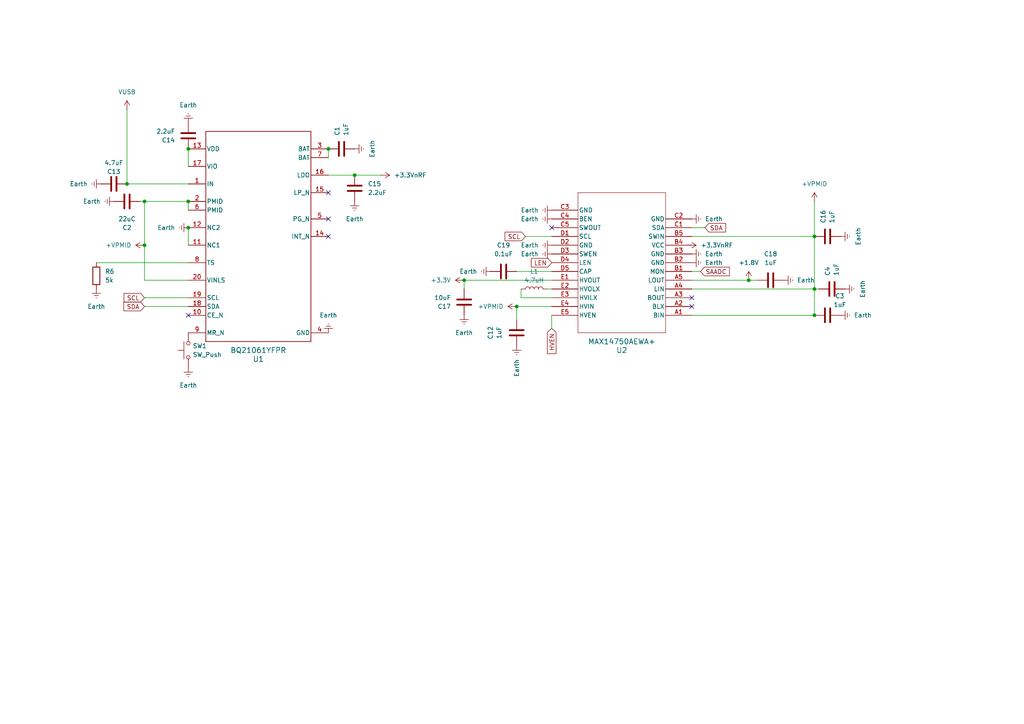
<source format=kicad_sch>
(kicad_sch (version 20250114) (generator "eeschema") (generator_version "9.0")
  (paper "A4")
  (lib_symbols
    (symbol "2025-04-18_12-54-37:BQ21061YFPR" (pin_names (offset 0.254))
      (property "Reference" "U" (at 0 2.54 0))
      (property "Value" "BQ21061YFPR" (at 0 0 0))
      (symbol "BQ21061YFPR_0_1"
        (polyline (pts (xy -15.24 30.48) (xy -15.24 -30.48)) (stroke (width 0.2032)))
        (polyline (pts (xy -15.24 -30.48) (xy 15.24 -30.48)) (stroke (width 0.2032)))
        (polyline (pts (xy 15.24 30.48) (xy -15.24 30.48)) (stroke (width 0.2032)))
        (polyline (pts (xy 15.24 -30.48) (xy 15.24 30.48)) (stroke (width 0.2032)))
        (pin power_in line (at -20.32 25.4 0) (length 5.08) (name "VDD") (number "13"))
        (pin power_in line (at -20.32 20.32 0) (length 5.08) (name "VIO") (number "17"))
        (pin power_in line (at -20.32 15.24 0) (length 5.08) (name "IN") (number "1"))
        (pin bidirectional line (at -20.32 10.16 0) (length 5.08) (name "PMID") (number "2"))
        (pin bidirectional line (at -20.32 7.62 0) (length 5.08) (name "PMID") (number "6"))
        (pin unspecified line (at -20.32 2.54 0) (length 5.08) (name "NC2") (number "12"))
        (pin unspecified line (at -20.32 -2.54 0) (length 5.08) (name "NC1") (number "11"))
        (pin input line (at -20.32 -7.62 0) (length 5.08) (name "TS") (number "8"))
        (pin input line (at -20.32 -12.7 0) (length 5.08) (name "VINLS") (number "20"))
        (pin input line (at -20.32 -17.78 0) (length 5.08) (name "SCL") (number "19"))
        (pin bidirectional line (at -20.32 -20.32 0) (length 5.08) (name "SDA") (number "18"))
        (pin input line (at -20.32 -22.86 0) (length 5.08) (name "CE_N") (number "10"))
        (pin input line (at -20.32 -27.94 0) (length 5.08) (name "MR_N") (number "9"))
        (pin power_in line (at 20.32 25.4 180) (length 5.08) (name "BAT") (number "3"))
        (pin power_in line (at 20.32 22.86 180) (length 5.08) (name "BAT") (number "7"))
        (pin output line (at 20.32 17.78 180) (length 5.08) (name "LDO") (number "16"))
        (pin output line (at 20.32 12.7 180) (length 5.08) (name "LP_N") (number "15"))
        (pin output line (at 20.32 5.08 180) (length 5.08) (name "PG_N") (number "5"))
        (pin output line (at 20.32 0 180) (length 5.08) (name "INT_N") (number "14"))
        (pin power_in line (at 20.32 -27.94 180) (length 5.08) (name "GND") (number "4"))
      )
    )
    (symbol "Device:C" (pin_numbers (hide yes)) (pin_names (offset 0.254))
      (property "Reference" "C" (at 0.635 2.54 0))
      (property "Value" "C" (at 0.635 -2.54 0))
      (symbol "C_0_1"
        (polyline (pts (xy -2.032 0.762) (xy 2.032 0.762)) (stroke (width 0.508)))
        (polyline (pts (xy -2.032 -0.762) (xy 2.032 -0.762)) (stroke (width 0.508)))
      )
      (symbol "C_1_1"
        (pin passive line (at 0 3.81 270) (length 2.794) (name "~") (number "1"))
        (pin passive line (at 0 -3.81 90) (length 2.794) (name "~") (number "2"))
      )
    )
    (symbol "Device:L" (pin_numbers (hide yes)) (pin_names (offset 1.016) (hide yes))
      (property "Reference" "L" (at -1.27 0 90))
      (property "Value" "L" (at 1.905 0 90))
      (symbol "L_0_1"
        (arc (start 0 2.54) (mid 0.6323 1.905) (end 0 1.27))
        (arc (start 0 1.27) (mid 0.6323 0.635) (end 0 0))
        (arc (start 0 0) (mid 0.6323 -0.635) (end 0 -1.27))
        (arc (start 0 -1.27) (mid 0.6323 -1.905) (end 0 -2.54))
      )
      (symbol "L_1_1"
        (pin passive line (at 0 3.81 270) (length 1.27) (name "1") (number "1"))
        (pin passive line (at 0 -3.81 90) (length 1.27) (name "2") (number "2"))
      )
    )
    (symbol "Device:R" (pin_numbers (hide yes)) (pin_names (offset 0))
      (property "Reference" "R" (at 2.032 0 90))
      (property "Value" "R" (at 0 0 90))
      (symbol "R_0_1"
        (rectangle (start -1.016 -2.54) (end 1.016 2.54) (stroke (width 0.254)))
      )
      (symbol "R_1_1"
        (pin passive line (at 0 3.81 270) (length 1.27) (name "~") (number "1"))
        (pin passive line (at 0 -3.81 90) (length 1.27) (name "~") (number "2"))
      )
    )
    (symbol "MAX14750A:MAX14750AEWA+" (pin_names (offset 0.254))
      (property "Reference" "U" (at 20.32 10.16 0))
      (property "Value" "MAX14750AEWA+" (at 20.32 7.62 0))
      (symbol "MAX14750AEWA+_0_1"
        (polyline (pts (xy 7.62 5.08) (xy 7.62 -35.56)) (stroke (width 0.127)))
        (polyline (pts (xy 7.62 -35.56) (xy 33.02 -35.56)) (stroke (width 0.127)))
        (polyline (pts (xy 33.02 5.08) (xy 7.62 5.08)) (stroke (width 0.127)))
        (polyline (pts (xy 33.02 -35.56) (xy 33.02 5.08)) (stroke (width 0.127)))
        (pin input line (at 0 0 0) (length 7.62) (name "BIN") (number "A1"))
        (pin unspecified line (at 0 -2.54 0) (length 7.62) (name "BLX") (number "A2"))
        (pin output line (at 0 -5.08 0) (length 7.62) (name "BOUT") (number "A3"))
        (pin input line (at 0 -7.62 0) (length 7.62) (name "LIN") (number "A4"))
        (pin output line (at 0 -10.16 0) (length 7.62) (name "LOUT") (number "A5"))
        (pin output line (at 0 -12.7 0) (length 7.62) (name "MON") (number "B1"))
        (pin power_in line (at 0 -15.24 0) (length 7.62) (name "GND") (number "B2"))
        (pin power_in line (at 0 -17.78 0) (length 7.62) (name "GND") (number "B3"))
        (pin power_in line (at 0 -20.32 0) (length 7.62) (name "VCC") (number "B4"))
        (pin input line (at 0 -22.86 0) (length 7.62) (name "SWIN") (number "B5"))
        (pin bidirectional line (at 0 -25.4 0) (length 7.62) (name "SDA") (number "C1"))
        (pin power_in line (at 0 -27.94 0) (length 7.62) (name "GND") (number "C2"))
        (pin input line (at 40.64 0 180) (length 7.62) (name "HVEN") (number "E5"))
        (pin input line (at 40.64 -2.54 180) (length 7.62) (name "HVIN") (number "E4"))
        (pin unspecified line (at 40.64 -5.08 180) (length 7.62) (name "HVILX") (number "E3"))
        (pin unspecified line (at 40.64 -7.62 180) (length 7.62) (name "HVOLX") (number "E2"))
        (pin output line (at 40.64 -10.16 180) (length 7.62) (name "HVOUT") (number "E1"))
        (pin unspecified line (at 40.64 -12.7 180) (length 7.62) (name "CAP") (number "D5"))
        (pin input line (at 40.64 -15.24 180) (length 7.62) (name "LEN") (number "D4"))
        (pin input line (at 40.64 -17.78 180) (length 7.62) (name "SWEN") (number "D3"))
        (pin power_in line (at 40.64 -20.32 180) (length 7.62) (name "GND") (number "D2"))
        (pin input line (at 40.64 -22.86 180) (length 7.62) (name "SCL") (number "D1"))
        (pin output line (at 40.64 -25.4 180) (length 7.62) (name "SWOUT") (number "C5"))
        (pin input line (at 40.64 -27.94 180) (length 7.62) (name "BEN") (number "C4"))
        (pin power_in line (at 40.64 -30.48 180) (length 7.62) (name "GND") (number "C3"))
      )
    )
    (symbol "Switch:SW_Push" (pin_numbers (hide yes)) (pin_names (offset 1.016) (hide yes))
      (property "Reference" "SW" (at 1.27 2.54 0))
      (property "Value" "SW_Push" (at 0 -1.524 0))
      (symbol "SW_Push_0_1"
        (circle (center -2.032 0) (radius 0.508))
        (polyline (pts (xy 0 1.27) (xy 0 3.048)))
        (circle (center 2.032 0) (radius 0.508))
        (polyline (pts (xy 2.54 1.27) (xy -2.54 1.27)))
        (pin passive line (at -5.08 0 0) (length 2.54) (name "1") (number "1"))
        (pin passive line (at 5.08 0 180) (length 2.54) (name "2") (number "2"))
      )
    )
    (symbol "power:+1V0" (power) (pin_numbers (hide yes)) (pin_names (offset 0) (hide yes))
      (property "Value" "+1V0" (at 0 3.556 0))
      (symbol "+1V0_0_1"
        (polyline (pts (xy -0.762 1.27) (xy 0 2.54)))
        (polyline (pts (xy 0 2.54) (xy 0.762 1.27)))
        (polyline (pts (xy 0 0) (xy 0 2.54)))
      )
      (symbol "+1V0_1_1"
        (pin power_in line (at 0 0 90) (length 0) (name "~") (number "1"))
      )
    )
    (symbol "power:+1V8" (power) (pin_numbers (hide yes)) (pin_names (offset 0) (hide yes))
      (property "Value" "+1V8" (at 0 3.556 0))
      (symbol "+1V8_0_1"
        (polyline (pts (xy -0.762 1.27) (xy 0 2.54)))
        (polyline (pts (xy 0 2.54) (xy 0.762 1.27)))
        (polyline (pts (xy 0 0) (xy 0 2.54)))
      )
      (symbol "+1V8_1_1"
        (pin power_in line (at 0 0 90) (length 0) (name "~") (number "1"))
      )
    )
    (symbol "power:+3.3V" (power) (pin_numbers (hide yes)) (pin_names (offset 0) (hide yes))
      (property "Value" "+3.3V" (at 0 3.556 0))
      (symbol "+3.3V_0_1"
        (polyline (pts (xy -0.762 1.27) (xy 0 2.54)))
        (polyline (pts (xy 0 2.54) (xy 0.762 1.27)))
        (polyline (pts (xy 0 0) (xy 0 2.54)))
      )
      (symbol "+3.3V_1_1"
        (pin power_in line (at 0 0 90) (length 0) (name "~") (number "1"))
      )
    )
    (symbol "power:+4V" (power) (pin_numbers (hide yes)) (pin_names (offset 0) (hide yes))
      (property "Value" "+4V" (at 0 3.556 0))
      (symbol "+4V_0_1"
        (polyline (pts (xy -0.762 1.27) (xy 0 2.54)))
        (polyline (pts (xy 0 2.54) (xy 0.762 1.27)))
        (polyline (pts (xy 0 0) (xy 0 2.54)))
      )
      (symbol "+4V_1_1"
        (pin power_in line (at 0 0 90) (length 0) (name "~") (number "1"))
      )
    )
    (symbol "power:Earth" (power) (pin_numbers (hide yes)) (pin_names (offset 0) (hide yes))
      (property "Value" "Earth" (at 0 -3.81 0))
      (symbol "Earth_0_1"
        (polyline (pts (xy -0.635 -1.905) (xy 0.635 -1.905)))
        (polyline (pts (xy -0.127 -2.54) (xy 0.127 -2.54)))
        (polyline (pts (xy 0 -1.27) (xy 0 0)))
        (polyline (pts (xy 1.27 -1.27) (xy -1.27 -1.27)))
      )
      (symbol "Earth_1_1"
        (pin power_in line (at 0 0 270) (length 0) (name "~") (number "1"))
      )
    )
  )
  (junction (at 54.61 43.18))
  (junction (at 236.22 83.82))
  (junction (at 236.22 68.58))
  (junction (at 149.86 88.9))
  (junction (at 36.83 53.34))
  (junction (at 41.91 71.12))
  (junction (at 54.61 58.42))
  (junction (at 41.91 58.42))
  (junction (at 236.22 91.44))
  (junction (at 95.25 43.18))
  (junction (at 54.61 66.04))
  (junction (at 134.62 81.28))
  (junction (at 102.87 50.8))
  (junction (at 217.17 81.28))
  (no_connect (at 95.25 63.5))
  (no_connect (at 95.25 68.58))
  (no_connect (at 200.66 88.9))
  (no_connect (at 160.02 66.04))
  (no_connect (at 200.66 86.36))
  (no_connect (at 54.61 91.44))
  (no_connect (at 95.25 55.88))
  (wire (pts (xy 27.94 76.2) (xy 54.61 76.2)))
  (wire (pts (xy 149.86 78.74) (xy 160.02 78.74)))
  (wire (pts (xy 152.4 68.58) (xy 160.02 68.58)))
  (wire (pts (xy 236.22 83.82) (xy 237.49 83.82)))
  (wire (pts (xy 160.02 81.28) (xy 134.62 81.28)))
  (wire (pts (xy 158.75 83.82) (xy 160.02 83.82)))
  (wire (pts (xy 200.66 91.44) (xy 236.22 91.44)))
  (wire (pts (xy 236.22 83.82) (xy 236.22 91.44)))
  (wire (pts (xy 54.61 43.18) (xy 54.61 48.26)))
  (wire (pts (xy 36.83 53.34) (xy 54.61 53.34)))
  (wire (pts (xy 134.62 81.28) (xy 134.62 83.82)))
  (wire (pts (xy 200.66 78.74) (xy 203.2 78.74)))
  (wire (pts (xy 236.22 68.58) (xy 236.22 83.82)))
  (wire (pts (xy 200.66 81.28) (xy 217.17 81.28)))
  (wire (pts (xy 95.25 50.8) (xy 102.87 50.8)))
  (wire (pts (xy 160.02 91.44) (xy 160.02 95.25)))
  (wire (pts (xy 41.91 71.12) (xy 41.91 81.28)))
  (wire (pts (xy 236.22 83.82) (xy 200.66 83.82)))
  (wire (pts (xy 149.86 92.71) (xy 149.86 88.9)))
  (wire (pts (xy 95.25 45.72) (xy 95.25 43.18)))
  (wire (pts (xy 199.39 71.12) (xy 200.66 71.12)))
  (wire (pts (xy 217.17 81.28) (xy 219.71 81.28)))
  (wire (pts (xy 200.66 68.58) (xy 236.22 68.58)))
  (wire (pts (xy 151.13 86.36) (xy 160.02 86.36)))
  (wire (pts (xy 54.61 60.96) (xy 54.61 58.42)))
  (wire (pts (xy 41.91 81.28) (xy 54.61 81.28)))
  (wire (pts (xy 149.86 88.9) (xy 160.02 88.9)))
  (wire (pts (xy 102.87 50.8) (xy 110.49 50.8)))
  (wire (pts (xy 200.66 66.04) (xy 204.47 66.04)))
  (wire (pts (xy 236.22 58.42) (xy 236.22 68.58)))
  (wire (pts (xy 40.64 58.42) (xy 41.91 58.42)))
  (wire (pts (xy 41.91 58.42) (xy 41.91 71.12)))
  (wire (pts (xy 54.61 58.42) (xy 41.91 58.42)))
  (wire (pts (xy 151.13 83.82) (xy 151.13 86.36)))
  (wire (pts (xy 54.61 71.12) (xy 54.61 66.04)))
  (wire (pts (xy 54.61 86.36) (xy 41.91 86.36)))
  (wire (pts (xy 36.83 31.75) (xy 36.83 53.34)))
  (wire (pts (xy 54.61 88.9) (xy 41.91 88.9)))
  (global_label "HVEN" (shape input) (at 160.02 95.25 270) (property "Intersheetrefs" "${INTERSHEET_REFS}" (effects (hide yes))))
  (global_label "SAADC" (shape input) (at 203.2 78.74 0) (property "Intersheetrefs" "${INTERSHEET_REFS}" (effects (hide yes))))
  (global_label "SCL" (shape input) (at 152.4 68.58 180) (property "Intersheetrefs" "${INTERSHEET_REFS}" (effects (hide yes))))
  (global_label "SDA" (shape input) (at 41.91 88.9 180) (property "Intersheetrefs" "${INTERSHEET_REFS}" (effects (hide yes))))
  (global_label "SCL" (shape input) (at 41.91 86.36 180) (property "Intersheetrefs" "${INTERSHEET_REFS}" (effects (hide yes))))
  (global_label "LEN" (shape input) (at 160.02 76.2 180) (property "Intersheetrefs" "${INTERSHEET_REFS}" (effects (hide yes))))
  (global_label "SDA" (shape input) (at 204.47 66.04 0) (property "Intersheetrefs" "${INTERSHEET_REFS}" (effects (hide yes))))
  (symbol (lib_id "power:Earth") (at 160.02 71.12 270) (unit 1)
    (property "Reference" "#PWR014" (effects (hide yes)))
    (property "Value" "Earth" (at 156.21 71.1201 90) (effects (justify right)))
    (property "Description" "Power symbol creates a global label with name \"Earth\"" (effects (hide yes)))
  )
  (symbol (lib_id "Device:C") (at 102.87 54.61 0) (unit 1)
    (property "Reference" "C15" (at 106.68 53.3399 0) (effects (justify left)))
    (property "Value" "2.2uF" (at 106.68 55.8799 0) (effects (justify left)))
    (property "Description" "ceramic capacitor" (effects (hide yes)))
  )
  (symbol (lib_id "Device:C") (at 223.52 81.28 270) (unit 1)
    (property "Reference" "C18" (at 223.52 73.66 90))
    (property "Value" "1uF" (at 223.52 76.2 90))
    (property "Description" "Unpolarized capacitor" (effects (hide yes)))
  )
  (symbol (lib_id "power:+3.3V") (at 110.49 50.8 270) (unit 1)
    (property "Reference" "#PWR028" (effects (hide yes)))
    (property "Value" "+3.3VnRF" (at 114.3 50.7999 90) (effects (justify left)))
    (property "Description" "Power symbol creates a global label with name \"+3.3V\"" (effects (hide yes)))
  )
  (symbol (lib_id "MAX14750A:MAX14750AEWA+") (at 200.66 91.44 180) (unit 1)
    (property "Reference" "U2" (at 180.34 101.6 0) (effects (font (size 1.524 1.524))))
    (property "Value" "MAX14750AEWA+" (at 180.34 99.06 0) (effects (font (size 1.524 1.524))))
    (property "Footprint" "21-0788_W252M2+1_MXM" (effects (hide yes)))
    (property "Datasheet" "MAX14750AEWA+" (effects (hide yes)))
  )
  (symbol (lib_id "power:Earth") (at 102.87 43.18 90) (unit 1)
    (property "Reference" "#PWR017" (effects (hide yes)))
    (property "Value" "Earth" (at 107.95 43.18 0))
    (property "Description" "Power symbol creates a global label with name \"Earth\"" (effects (hide yes)))
  )
  (symbol (lib_id "power:Earth") (at 27.94 83.82 0) (unit 1)
    (property "Reference" "#PWR031" (effects (hide yes)))
    (property "Value" "Earth" (at 27.94 88.9 0))
    (property "Description" "Power symbol creates a global label with name \"Earth\"" (effects (hide yes)))
  )
  (symbol (lib_id "power:Earth") (at 243.84 68.58 90) (unit 1)
    (property "Reference" "#PWR033" (effects (hide yes)))
    (property "Value" "Earth" (at 248.92 68.58 0))
    (property "Description" "Power symbol creates a global label with name \"Earth\"" (effects (hide yes)))
  )
  (symbol (lib_id "power:+4V") (at 236.22 58.42 0) (unit 1)
    (property "Reference" "#PWR032" (effects (hide yes)))
    (property "Value" "+VPMID" (at 236.22 53.34 0))
    (property "Description" "Power symbol creates a global label with name \"+4V\"" (effects (hide yes)))
  )
  (symbol (lib_id "Device:C") (at 149.86 96.52 180) (unit 1)
    (property "Reference" "C12" (at 142.24 96.52 90))
    (property "Value" "1uF" (at 144.78 96.52 90))
    (property "Description" "Unpolarized capacitor" (effects (hide yes)))
  )
  (symbol (lib_id "power:Earth") (at 29.21 53.34 270) (unit 1)
    (property "Reference" "#PWR027" (effects (hide yes)))
    (property "Value" "Earth" (at 25.4 53.3401 90) (effects (justify right)))
    (property "Description" "Power symbol creates a global label with name \"Earth\"" (effects (hide yes)))
  )
  (symbol (lib_id "2025-04-18_12-54-37:BQ21061YFPR") (at 74.93 68.58 0) (unit 1)
    (property "Reference" "U1" (at 74.93 104.14 0) (effects (font (size 1.524 1.524))))
    (property "Value" "BQ21061YFPR" (at 74.93 101.6 0) (effects (font (size 1.524 1.524))))
    (property "Footprint" "YFP0020ACAC" (effects (hide yes)))
    (property "Datasheet" "BQ21061YFPR" (effects (hide yes)))
  )
  (symbol (lib_id "power:+1V0") (at 36.83 31.75 0) (unit 1)
    (property "Reference" "#PWR026" (effects (hide yes)))
    (property "Value" "VUSB" (at 36.83 26.67 0))
    (property "Description" "Power symbol creates a global label with name \"+1V0\"" (effects (hide yes)))
  )
  (symbol (lib_id "Device:C") (at 240.03 68.58 90) (unit 1)
    (property "Reference" "C16" (at 238.7599 64.77 0) (effects (justify left)))
    (property "Value" "1uF" (at 241.2999 64.77 0) (effects (justify left)))
    (property "Description" "Unpolarized capacitor" (effects (hide yes)))
  )
  (symbol (lib_id "power:Earth") (at 54.61 106.68 0) (unit 1)
    (property "Reference" "#PWR030" (effects (hide yes)))
    (property "Value" "Earth" (at 54.61 111.76 0))
    (property "Description" "Power symbol creates a global label with name \"Earth\"" (effects (hide yes)))
  )
  (symbol (lib_id "power:+3.3V") (at 199.39 71.12 270) (unit 1)
    (property "Reference" "#PWR039" (effects (hide yes)))
    (property "Value" "+3.3VnRF" (at 203.2 71.1199 90) (effects (justify left)))
    (property "Description" "Power symbol creates a global label with name \"+3.3V\"" (effects (hide yes)))
  )
  (symbol (lib_id "power:Earth") (at 102.87 58.42 0) (unit 1)
    (property "Reference" "#PWR029" (effects (hide yes)))
    (property "Value" "Earth" (at 102.87 63.5 0))
    (property "Description" "Power symbol creates a global label with name \"Earth\"" (effects (hide yes)))
  )
  (symbol (lib_id "power:+3.3V") (at 134.62 81.28 90) (unit 1)
    (property "Reference" "#PWR035" (effects (hide yes)))
    (property "Value" "+3.3V" (at 130.81 81.2799 90) (effects (justify left)))
    (property "Description" "Power symbol creates a global label with name \"+3.3V\"" (effects (hide yes)))
  )
  (symbol (lib_id "power:Earth") (at 200.66 73.66 90) (unit 1)
    (property "Reference" "#PWR016" (effects (hide yes)))
    (property "Value" "Earth" (at 204.47 73.6601 90) (effects (justify right)))
    (property "Description" "Power symbol creates a global label with name \"Earth\"" (effects (hide yes)))
  )
  (symbol (lib_id "power:Earth") (at 227.33 81.28 90) (unit 1)
    (property "Reference" "#PWR036" (effects (hide yes)))
    (property "Value" "Earth" (at 231.14 81.2799 90) (effects (justify right)))
    (property "Description" "Power symbol creates a global label with name \"Earth\"" (effects (hide yes)))
  )
  (symbol (lib_id "power:+1V8") (at 217.17 81.28 0) (unit 1)
    (property "Reference" "#PWR037" (effects (hide yes)))
    (property "Value" "+1.8V" (at 217.17 76.2 0))
    (property "Description" "Power symbol creates a global label with name \"+1V8\"" (effects (hide yes)))
  )
  (symbol (lib_id "Device:C") (at 99.06 43.18 90) (unit 1)
    (property "Reference" "C1" (at 97.7899 39.37 0) (effects (justify left)))
    (property "Value" "1uF" (at 100.3299 39.37 0) (effects (justify left)))
    (property "Description" "Unpolarized capacitor" (effects (hide yes)))
  )
  (symbol (lib_id "Device:C") (at 54.61 39.37 180) (unit 1)
    (property "Reference" "C14" (at 50.8 40.6401 0) (effects (justify left)))
    (property "Value" "2.2uF" (at 50.8 38.1001 0) (effects (justify left)))
    (property "Description" "Unpolarized capacitor" (effects (hide yes)))
  )
  (symbol (lib_id "power:Earth") (at 160.02 73.66 270) (unit 1)
    (property "Reference" "#PWR041" (effects (hide yes)))
    (property "Value" "Earth" (at 156.21 73.6601 90) (effects (justify right)))
    (property "Description" "Power symbol creates a global label with name \"Earth\"" (effects (hide yes)))
  )
  (symbol (lib_id "power:Earth") (at 160.02 60.96 270) (unit 1)
    (property "Reference" "#PWR03" (effects (hide yes)))
    (property "Value" "Earth" (at 156.21 60.9601 90) (effects (justify right)))
    (property "Description" "Power symbol creates a global label with name \"Earth\"" (effects (hide yes)))
  )
  (symbol (lib_id "Switch:SW_Push") (at 54.61 101.6 90) (unit 1)
    (property "Reference" "SW1" (at 55.88 100.3299 90) (effects (justify right)))
    (property "Value" "SW_Push" (at 55.88 102.8699 90) (effects (justify right)))
    (property "Description" "Push button switch, generic, two pins" (effects (hide yes)))
  )
  (symbol (lib_id "Device:C") (at 134.62 87.63 180) (unit 1)
    (property "Reference" "C17" (at 130.81 88.9001 0) (effects (justify left)))
    (property "Value" "10uF" (at 130.81 86.3601 0) (effects (justify left)))
    (property "Description" "Unpolarized capacitor" (effects (hide yes)))
  )
  (symbol (lib_id "power:+4V") (at 149.86 88.9 90) (unit 1)
    (property "Reference" "#PWR025" (effects (hide yes)))
    (property "Value" "+VPMID" (at 146.05 88.8999 90) (effects (justify left)))
    (property "Description" "Power symbol creates a global label with name \"+4V\"" (effects (hide yes)))
  )
  (symbol (lib_id "power:Earth") (at 245.11 83.82 90) (unit 1)
    (property "Reference" "#PWR020" (effects (hide yes)))
    (property "Value" "Earth" (at 250.19 83.82 0))
    (property "Description" "Power symbol creates a global label with name \"Earth\"" (effects (hide yes)))
  )
  (symbol (lib_id "power:Earth") (at 160.02 63.5 270) (unit 1)
    (property "Reference" "#PWR038" (effects (hide yes)))
    (property "Value" "Earth" (at 156.21 63.5001 90) (effects (justify right)))
    (property "Description" "Power symbol creates a global label with name \"Earth\"" (effects (hide yes)))
  )
  (symbol (lib_id "Device:C") (at 240.03 91.44 90) (unit 1)
    (property "Reference" "C3" (at 243.586 85.852 90))
    (property "Value" "1uF" (at 243.586 88.392 90))
    (property "Description" "Unpolarized capacitor" (effects (hide yes)))
  )
  (symbol (lib_id "power:Earth") (at 134.62 91.44 0) (unit 1)
    (property "Reference" "#PWR034" (effects (hide yes)))
    (property "Value" "Earth" (at 134.62 96.52 0))
    (property "Description" "Power symbol creates a global label with name \"Earth\"" (effects (hide yes)))
  )
  (symbol (lib_id "Device:C") (at 241.3 83.82 90) (unit 1)
    (property "Reference" "C4" (at 240.0299 80.01 0) (effects (justify left)))
    (property "Value" "1uF" (at 242.5699 80.01 0) (effects (justify left)))
    (property "Description" "Unpolarized capacitor" (effects (hide yes)))
  )
  (symbol (lib_id "power:Earth") (at 142.24 78.74 270) (unit 1)
    (property "Reference" "#PWR040" (effects (hide yes)))
    (property "Value" "Earth" (at 138.43 78.7399 90) (effects (justify right)))
    (property "Description" "Power symbol creates a global label with name \"Earth\"" (effects (hide yes)))
  )
  (symbol (lib_id "power:Earth") (at 200.66 63.5 90) (unit 1)
    (property "Reference" "#PWR010" (effects (hide yes)))
    (property "Value" "Earth" (at 204.47 63.5001 90) (effects (justify right)))
    (property "Description" "Power symbol creates a global label with name \"Earth\"" (effects (hide yes)))
  )
  (symbol (lib_id "Device:C") (at 146.05 78.74 90) (unit 1)
    (property "Reference" "C19" (at 146.05 71.12 90))
    (property "Value" "0.1uF" (at 146.05 73.66 90))
    (property "Description" "Unpolarized capacitor" (effects (hide yes)))
  )
  (symbol (lib_id "power:Earth") (at 95.25 96.52 180) (unit 1)
    (property "Reference" "#PWR02" (effects (hide yes)))
    (property "Value" "Earth" (at 95.25 91.44 0))
    (property "Description" "Power symbol creates a global label with name \"Earth\"" (effects (hide yes)))
  )
  (symbol (lib_id "power:+4V") (at 41.91 71.12 90) (unit 1)
    (property "Reference" "#PWR023" (effects (hide yes)))
    (property "Value" "+VPMID" (at 38.1 71.1199 90) (effects (justify left)))
    (property "Description" "Power symbol creates a global label with name \"+4V\"" (effects (hide yes)))
  )
  (symbol (lib_id "power:Earth") (at 149.86 100.33 0) (unit 1)
    (property "Reference" "#PWR021" (effects (hide yes)))
    (property "Value" "Earth" (at 149.8599 104.14 90) (effects (justify right)))
    (property "Description" "Power symbol creates a global label with name \"Earth\"" (effects (hide yes)))
  )
  (symbol (lib_id "power:Earth") (at 54.61 66.04 270) (unit 1)
    (property "Reference" "#PWR022" (effects (hide yes)))
    (property "Value" "Earth" (at 50.8 66.0401 90) (effects (justify right)))
    (property "Description" "Power symbol creates a global label with name \"Earth\"" (effects (hide yes)))
  )
  (symbol (lib_id "Device:R") (at 27.94 80.01 0) (unit 1)
    (property "Reference" "R6" (at 30.48 78.7399 0) (effects (justify left)))
    (property "Value" "5k" (at 30.48 81.2799 0) (effects (justify left)))
    (property "Description" "Resistor" (effects (hide yes)))
  )
  (symbol (lib_id "power:Earth") (at 54.61 35.56 180) (unit 1)
    (property "Reference" "#PWR024" (effects (hide yes)))
    (property "Value" "Earth" (at 54.61 30.48 0))
    (property "Description" "Power symbol creates a global label with name \"Earth\"" (effects (hide yes)))
  )
  (symbol (lib_id "power:Earth") (at 33.02 58.42 270) (unit 1)
    (property "Reference" "#PWR018" (effects (hide yes)))
    (property "Value" "Earth" (at 29.21 58.4201 90) (effects (justify right)))
    (property "Description" "Power symbol creates a global label with name \"Earth\"" (effects (hide yes)))
  )
  (symbol (lib_id "Device:L") (at 154.94 83.82 90) (unit 1)
    (property "Reference" "L1" (at 154.94 78.74 90))
    (property "Value" "4.7uH" (at 154.94 81.28 90))
    (property "Description" "Inductor" (effects (hide yes)))
  )
  (symbol (lib_id "power:Earth") (at 200.66 76.2 90) (unit 1)
    (property "Reference" "#PWR015" (effects (hide yes)))
    (property "Value" "Earth" (at 204.47 76.2001 90) (effects (justify right)))
    (property "Description" "Power symbol creates a global label with name \"Earth\"" (effects (hide yes)))
  )
  (symbol (lib_id "power:Earth") (at 243.84 91.44 90) (unit 1)
    (property "Reference" "#PWR019" (effects (hide yes)))
    (property "Value" "Earth" (at 247.65 91.4399 90) (effects (justify right)))
    (property "Description" "Power symbol creates a global label with name \"Earth\"" (effects (hide yes)))
  )
  (symbol (lib_id "Device:C") (at 33.02 53.34 90) (unit 1)
    (property "Reference" "C13" (at 33.02 49.784 90))
    (property "Value" "4.7uF" (at 33.02 47.244 90))
    (property "Description" "Unpolarized capacitor" (effects (hide yes)))
  )
  (symbol (lib_id "Device:C") (at 36.83 58.42 270) (unit 1)
    (property "Reference" "C2" (at 36.83 66.04 90))
    (property "Value" "22uC" (at 36.83 63.5 90))
    (property "Description" "Unpolarized capacitor" (effects (hide yes)))
  )
)
</source>
